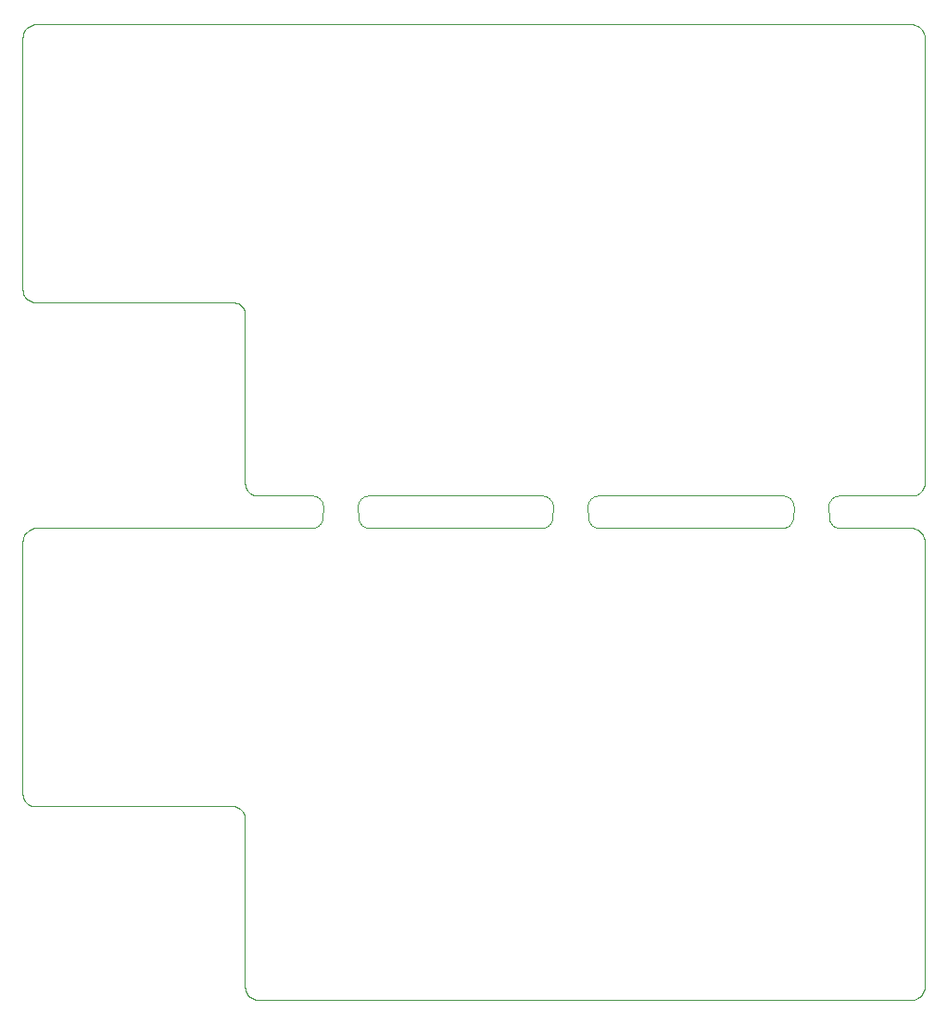
<source format=gko>
%MOIN*%
%OFA0B0*%
%FSLAX44Y44*%
%IPPOS*%
%LPD*%
%ADD10C,0*%
D10*
X00032514Y00019338D02*
X00032514Y00019338D01*
X00035131Y00019338D01*
X00035201Y00019344D01*
X00035270Y00019360D01*
X00035335Y00019387D01*
X00035395Y00019424D01*
X00035449Y00019470D01*
X00035495Y00019524D01*
X00035532Y00019584D01*
X00035559Y00019649D01*
X00035575Y00019718D01*
X00035581Y00019788D01*
X00035581Y00035788D01*
X00035575Y00035866D01*
X00035557Y00035943D01*
X00035526Y00036015D01*
X00035486Y00036082D01*
X00035435Y00036142D01*
X00035375Y00036193D01*
X00035308Y00036234D01*
X00035236Y00036264D01*
X00035159Y00036282D01*
X00035081Y00036288D01*
X00003631Y00036288D01*
X00003553Y00036282D01*
X00003476Y00036264D01*
X00003404Y00036234D01*
X00003337Y00036193D01*
X00003277Y00036142D01*
X00003226Y00036082D01*
X00003185Y00036015D01*
X00003155Y00035943D01*
X00003137Y00035866D01*
X00003131Y00035788D01*
X00003131Y00026738D01*
X00003137Y00026668D01*
X00003153Y00026599D01*
X00003180Y00026534D01*
X00003217Y00026474D01*
X00003263Y00026420D01*
X00003316Y00026374D01*
X00003377Y00026337D01*
X00003442Y00026310D01*
X00003511Y00026294D01*
X00003581Y00026288D01*
X00003581Y00026288D01*
X00010681Y00026288D01*
X00010751Y00026283D01*
X00010820Y00026266D01*
X00010885Y00026239D01*
X00010945Y00026202D01*
X00010999Y00026156D01*
X00011045Y00026103D01*
X00011082Y00026042D01*
X00011109Y00025977D01*
X00011125Y00025908D01*
X00011131Y00025838D01*
X00011131Y00019788D01*
X00011137Y00019718D01*
X00011153Y00019649D01*
X00011180Y00019584D01*
X00011217Y00019524D01*
X00011263Y00019470D01*
X00011316Y00019424D01*
X00011377Y00019387D01*
X00011442Y00019360D01*
X00011511Y00019344D01*
X00011581Y00019338D01*
X00013548Y00019338D01*
X00013580Y00019337D01*
X00013612Y00019333D01*
X00013643Y00019326D01*
X00013674Y00019317D01*
X00013704Y00019306D01*
X00013733Y00019292D01*
X00013760Y00019276D01*
X00013787Y00019258D01*
X00013811Y00019237D01*
X00013834Y00019215D01*
X00013855Y00019191D01*
X00013874Y00019165D01*
X00013891Y00019138D01*
X00013906Y00019109D01*
X00013918Y00019080D01*
X00013928Y00019049D01*
X00013935Y00019018D01*
X00013940Y00018987D01*
X00013942Y00018955D01*
X00013941Y00018923D01*
X00013921Y00018550D01*
X00013918Y00018520D01*
X00013913Y00018491D01*
X00013906Y00018462D01*
X00013896Y00018433D01*
X00013885Y00018406D01*
X00013871Y00018379D01*
X00013856Y00018354D01*
X00013838Y00018330D01*
X00013819Y00018307D01*
X00013798Y00018286D01*
X00013776Y00018266D01*
X00013752Y00018248D01*
X00013727Y00018232D01*
X00013700Y00018218D01*
X00013673Y00018206D01*
X00013645Y00018196D01*
X00013616Y00018188D01*
X00013587Y00018182D01*
X00013557Y00018179D01*
X00013528Y00018178D01*
X00003631Y00018178D01*
X00003553Y00018172D01*
X00003476Y00018153D01*
X00003404Y00018123D01*
X00003337Y00018082D01*
X00003277Y00018031D01*
X00003226Y00017972D01*
X00003185Y00017905D01*
X00003155Y00017832D01*
X00003137Y00017756D01*
X00003131Y00017678D01*
X00003131Y00008628D01*
X00003137Y00008557D01*
X00003153Y00008489D01*
X00003180Y00008424D01*
X00003217Y00008363D01*
X00003263Y00008310D01*
X00003316Y00008264D01*
X00003377Y00008227D01*
X00003442Y00008200D01*
X00003511Y00008183D01*
X00003581Y00008178D01*
X00003581Y00008178D01*
X00010681Y00008178D01*
X00010751Y00008172D01*
X00010820Y00008156D01*
X00010885Y00008129D01*
X00010945Y00008092D01*
X00010999Y00008046D01*
X00011045Y00007992D01*
X00011082Y00007932D01*
X00011109Y00007867D01*
X00011125Y00007798D01*
X00011131Y00007728D01*
X00011131Y00001678D01*
X00011137Y00001607D01*
X00011153Y00001539D01*
X00011180Y00001474D01*
X00011217Y00001413D01*
X00011263Y00001360D01*
X00011316Y00001314D01*
X00011377Y00001277D01*
X00011442Y00001250D01*
X00011511Y00001233D01*
X00011581Y00001228D01*
X00035131Y00001228D01*
X00035201Y00001233D01*
X00035270Y00001250D01*
X00035335Y00001277D01*
X00035395Y00001314D01*
X00035449Y00001360D01*
X00035495Y00001413D01*
X00035532Y00001474D01*
X00035559Y00001539D01*
X00035575Y00001607D01*
X00035581Y00001678D01*
X00035581Y00017678D01*
X00035575Y00017756D01*
X00035557Y00017832D01*
X00035526Y00017905D01*
X00035486Y00017972D01*
X00035435Y00018031D01*
X00035375Y00018082D01*
X00035308Y00018123D01*
X00035236Y00018153D01*
X00035159Y00018172D01*
X00035081Y00018178D01*
X00032534Y00018178D01*
X00032505Y00018179D01*
X00032475Y00018182D01*
X00032446Y00018188D01*
X00032417Y00018196D01*
X00032389Y00018206D01*
X00032362Y00018218D01*
X00032335Y00018232D01*
X00032310Y00018248D01*
X00032286Y00018266D01*
X00032264Y00018286D01*
X00032243Y00018307D01*
X00032224Y00018330D01*
X00032206Y00018354D01*
X00032191Y00018379D01*
X00032177Y00018406D01*
X00032166Y00018433D01*
X00032156Y00018462D01*
X00032149Y00018491D01*
X00032144Y00018520D01*
X00032141Y00018550D01*
X00032121Y00018923D01*
X00032120Y00018955D01*
X00032122Y00018987D01*
X00032127Y00019018D01*
X00032134Y00019049D01*
X00032144Y00019080D01*
X00032156Y00019109D01*
X00032171Y00019138D01*
X00032188Y00019165D01*
X00032207Y00019191D01*
X00032228Y00019215D01*
X00032251Y00019237D01*
X00032275Y00019258D01*
X00032302Y00019276D01*
X00032329Y00019292D01*
X00032358Y00019306D01*
X00032388Y00019317D01*
X00032419Y00019326D01*
X00032450Y00019333D01*
X00032482Y00019337D01*
X00032514Y00019338D01*
X00023873Y00018178D02*
X00023873Y00018178D01*
X00023843Y00018179D01*
X00023814Y00018182D01*
X00023784Y00018188D01*
X00023756Y00018196D01*
X00023727Y00018206D01*
X00023700Y00018218D01*
X00023674Y00018232D01*
X00023649Y00018248D01*
X00023625Y00018266D01*
X00023602Y00018286D01*
X00023582Y00018307D01*
X00023562Y00018330D01*
X00023545Y00018354D01*
X00023529Y00018379D01*
X00023516Y00018406D01*
X00023504Y00018433D01*
X00023495Y00018462D01*
X00023488Y00018491D01*
X00023483Y00018520D01*
X00023480Y00018550D01*
X00023459Y00018923D01*
X00023459Y00018955D01*
X00023461Y00018987D01*
X00023466Y00019018D01*
X00023473Y00019049D01*
X00023483Y00019080D01*
X00023495Y00019109D01*
X00023510Y00019138D01*
X00023526Y00019165D01*
X00023545Y00019191D01*
X00023566Y00019215D01*
X00023589Y00019237D01*
X00023614Y00019258D01*
X00023640Y00019276D01*
X00023668Y00019292D01*
X00023697Y00019306D01*
X00023727Y00019317D01*
X00023757Y00019326D01*
X00023789Y00019333D01*
X00023820Y00019337D01*
X00023852Y00019338D01*
X00030477Y00019338D01*
X00030509Y00019337D01*
X00030541Y00019333D01*
X00030572Y00019326D01*
X00030603Y00019317D01*
X00030633Y00019306D01*
X00030662Y00019292D01*
X00030689Y00019276D01*
X00030716Y00019258D01*
X00030740Y00019237D01*
X00030763Y00019215D01*
X00030784Y00019191D01*
X00030803Y00019165D01*
X00030820Y00019138D01*
X00030835Y00019109D01*
X00030847Y00019080D01*
X00030857Y00019049D01*
X00030864Y00019018D01*
X00030869Y00018987D01*
X00030871Y00018955D01*
X00030870Y00018923D01*
X00030850Y00018550D01*
X00030847Y00018520D01*
X00030842Y00018491D01*
X00030835Y00018462D01*
X00030825Y00018433D01*
X00030814Y00018406D01*
X00030800Y00018379D01*
X00030785Y00018354D01*
X00030767Y00018330D01*
X00030748Y00018307D01*
X00030727Y00018286D01*
X00030705Y00018266D01*
X00030681Y00018248D01*
X00030656Y00018232D01*
X00030630Y00018218D01*
X00030602Y00018206D01*
X00030574Y00018196D01*
X00030545Y00018188D01*
X00030516Y00018182D01*
X00030486Y00018179D01*
X00030457Y00018178D01*
X00023873Y00018178D01*
X00015605Y00018178D02*
X00015605Y00018178D01*
X00015576Y00018179D01*
X00015546Y00018182D01*
X00015517Y00018188D01*
X00015488Y00018196D01*
X00015460Y00018206D01*
X00015432Y00018218D01*
X00015406Y00018232D01*
X00015381Y00018248D01*
X00015357Y00018266D01*
X00015335Y00018286D01*
X00015314Y00018307D01*
X00015295Y00018330D01*
X00015277Y00018354D01*
X00015262Y00018379D01*
X00015248Y00018406D01*
X00015237Y00018433D01*
X00015227Y00018462D01*
X00015220Y00018491D01*
X00015215Y00018520D01*
X00015212Y00018550D01*
X00015192Y00018923D01*
X00015191Y00018955D01*
X00015193Y00018987D01*
X00015198Y00019018D01*
X00015205Y00019049D01*
X00015215Y00019080D01*
X00015227Y00019109D01*
X00015242Y00019138D01*
X00015259Y00019165D01*
X00015278Y00019191D01*
X00015299Y00019215D01*
X00015322Y00019237D01*
X00015346Y00019258D01*
X00015373Y00019276D01*
X00015400Y00019292D01*
X00015429Y00019306D01*
X00015459Y00019317D01*
X00015490Y00019326D01*
X00015521Y00019333D01*
X00015553Y00019337D01*
X00015585Y00019338D01*
X00021816Y00019338D01*
X00021848Y00019337D01*
X00021880Y00019333D01*
X00021911Y00019326D01*
X00021942Y00019317D01*
X00021972Y00019306D01*
X00022000Y00019292D01*
X00022028Y00019276D01*
X00022054Y00019258D01*
X00022079Y00019237D01*
X00022102Y00019215D01*
X00022123Y00019191D01*
X00022142Y00019165D01*
X00022159Y00019138D01*
X00022173Y00019109D01*
X00022186Y00019080D01*
X00022195Y00019049D01*
X00022203Y00019018D01*
X00022207Y00018987D01*
X00022209Y00018955D01*
X00022209Y00018923D01*
X00022188Y00018550D01*
X00022186Y00018520D01*
X00022181Y00018491D01*
X00022173Y00018462D01*
X00022164Y00018433D01*
X00022152Y00018406D01*
X00022139Y00018379D01*
X00022123Y00018354D01*
X00022106Y00018330D01*
X00022087Y00018307D01*
X00022066Y00018286D01*
X00022043Y00018266D01*
X00022020Y00018248D01*
X00021994Y00018232D01*
X00021968Y00018218D01*
X00021941Y00018206D01*
X00021913Y00018196D01*
X00021884Y00018188D01*
X00021855Y00018182D01*
X00021825Y00018179D01*
X00021795Y00018178D01*
X00015605Y00018178D01*
M02*
</source>
